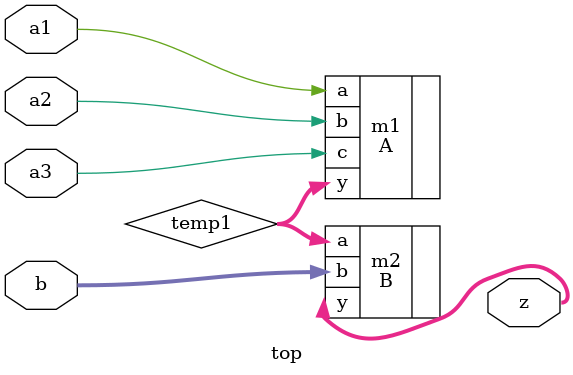
<source format=v>
module top(a1,a2,a3,b,z); //顶层模块 

input  a1,a2,a3;
input [1:0] b;
output [3:0] z;

wire[1:0] temp1;

//例化
A m1(.a(a1),
         .b(a2),
         .c(a3),
         .y(temp1)
       );

B m2(.a(temp1),
         .b(b),
         .y(z)
         );

endmodule
</source>
